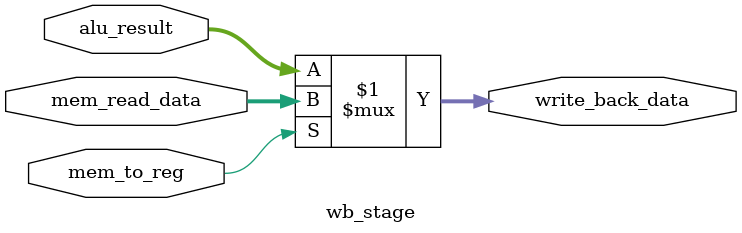
<source format=v>
`include "../defines.v"

module wb_stage (
    // Control signal
    input  wire        mem_to_reg,
    // Data inputs
    input  wire [15:0] mem_read_data,
    input  wire [15:0] alu_result,
    // Output
    output wire [15:0] write_back_data
);

    // Select between memory data and ALU result
    assign write_back_data = mem_to_reg ? mem_read_data : alu_result;

endmodule
</source>
